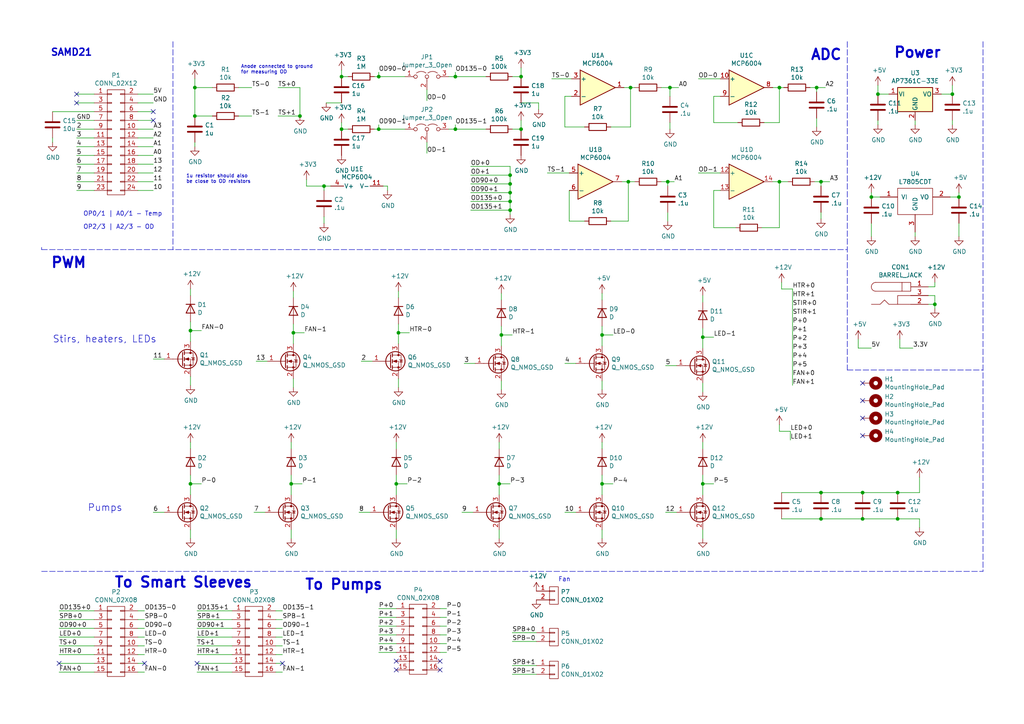
<source format=kicad_sch>
(kicad_sch (version 20211123) (generator eeschema)
  (paper "A4")
  (junction (at 276.225 27.305))
  (junction (at 252.73 57.15))
  (junction (at 254.635 27.305))
  (junction (at 174.625 97.155))
  (junction (at 238.125 52.705))
  (junction (at 86.995 33.655))
  (junction (at 151.13 22.225))
  (junction (at 151.13 37.465))
  (junction (at 203.835 97.79))
  (junction (at 203.835 140.335))
  (junction (at 55.245 95.885))
  (junction (at 226.06 52.705))
  (junction (at 226.06 25.4))
  (junction (at 278.13 57.15))
  (junction (at 147.955 55.88))
  (junction (at 147.955 58.42))
  (junction (at 260.35 142.875))
  (junction (at 271.145 88.265))
  (junction (at 55.245 140.335))
  (junction (at 250.19 150.495))
  (junction (at 145.415 97.155))
  (junction (at 236.855 25.4))
  (junction (at 238.125 142.875))
  (junction (at 114.935 140.335))
  (junction (at 56.515 33.655))
  (junction (at 132.08 22.225))
  (junction (at 109.855 37.465))
  (junction (at 194.31 25.4))
  (junction (at 144.78 140.335))
  (junction (at 132.08 37.465))
  (junction (at 99.06 22.225))
  (junction (at 99.06 37.465))
  (junction (at 182.245 52.705))
  (junction (at 56.515 25.4))
  (junction (at 238.125 150.495))
  (junction (at 109.855 22.225))
  (junction (at 93.98 53.975))
  (junction (at 174.625 140.335))
  (junction (at 84.455 140.335))
  (junction (at 147.955 60.96))
  (junction (at 147.955 53.34))
  (junction (at 250.19 142.875))
  (junction (at 182.88 25.4))
  (junction (at 115.57 96.52))
  (junction (at 147.955 50.8))
  (junction (at 85.09 96.52))
  (junction (at 193.675 52.705))
  (junction (at 260.35 150.495))
  (no_connect (at 41.91 192.405))
  (no_connect (at 250.19 116.205))
  (no_connect (at 17.145 192.405))
  (no_connect (at 250.19 111.125))
  (no_connect (at 114.935 191.77))
  (no_connect (at 127.635 191.77))
  (no_connect (at 250.19 121.285))
  (no_connect (at 22.225 29.845))
  (no_connect (at 44.45 32.385))
  (no_connect (at 250.19 126.365))
  (no_connect (at 22.225 27.305))
  (no_connect (at 57.15 192.405))
  (no_connect (at 81.915 192.405))
  (no_connect (at 44.45 34.925))
  (no_connect (at 114.935 194.31))
  (no_connect (at 127.635 194.31))
  (wire (pts (xy 94.615 29.845) (xy 99.06 29.845)))
  (wire (pts (xy 165.735 27.94) (xy 163.83 27.94)))
  (polyline (pts (xy 12.065 72.39) (xy 245.745 72.39)))
  (wire (pts (xy 238.125 61.595) (xy 238.125 63.5)))
  (wire (pts (xy 81.915 187.325) (xy 80.01 187.325)))
  (wire (pts (xy 93.98 53.975) (xy 95.885 53.975)))
  (wire (pts (xy 57.15 187.325) (xy 67.31 187.325)))
  (wire (pts (xy 276.225 36.195) (xy 276.225 34.925)))
  (wire (pts (xy 136.525 48.26) (xy 147.955 48.26)))
  (wire (pts (xy 55.245 109.22) (xy 55.245 111.76)))
  (wire (pts (xy 85.09 96.52) (xy 85.09 99.695)))
  (wire (pts (xy 156.21 29.845) (xy 156.21 31.75)))
  (wire (pts (xy 145.415 97.155) (xy 145.415 100.33)))
  (wire (pts (xy 17.145 182.245) (xy 27.305 182.245)))
  (wire (pts (xy 226.06 66.04) (xy 226.06 52.705)))
  (wire (pts (xy 84.455 140.335) (xy 84.455 143.51)))
  (wire (pts (xy 174.625 94.615) (xy 174.625 97.155)))
  (polyline (pts (xy 50.165 12.065) (xy 50.165 72.39)))
  (wire (pts (xy 165.1 64.135) (xy 169.545 64.135)))
  (wire (pts (xy 57.15 179.705) (xy 67.31 179.705)))
  (wire (pts (xy 195.58 52.705) (xy 193.675 52.705)))
  (wire (pts (xy 17.145 187.325) (xy 27.305 187.325)))
  (wire (pts (xy 177.165 64.135) (xy 182.245 64.135)))
  (wire (pts (xy 207.01 97.79) (xy 203.835 97.79)))
  (wire (pts (xy 56.515 42.545) (xy 56.515 41.275)))
  (wire (pts (xy 278.13 57.15) (xy 275.59 57.15)))
  (wire (pts (xy 107.315 148.59) (xy 104.14 148.59)))
  (wire (pts (xy 254.635 27.305) (xy 254.635 24.765)))
  (wire (pts (xy 252.73 68.58) (xy 252.73 64.77)))
  (wire (pts (xy 196.215 148.59) (xy 193.04 148.59)))
  (wire (pts (xy 144.78 140.335) (xy 144.78 143.51)))
  (wire (pts (xy 88.265 96.52) (xy 85.09 96.52)))
  (wire (pts (xy 99.06 20.32) (xy 99.06 22.225)))
  (wire (pts (xy 41.91 187.325) (xy 40.005 187.325)))
  (wire (pts (xy 145.415 110.49) (xy 145.415 113.03)))
  (wire (pts (xy 238.125 52.705) (xy 238.125 53.975)))
  (wire (pts (xy 22.225 52.705) (xy 27.305 52.705)))
  (wire (pts (xy 260.985 98.425) (xy 260.985 100.965)))
  (wire (pts (xy 265.43 36.195) (xy 265.43 34.925)))
  (wire (pts (xy 151.13 29.845) (xy 156.21 29.845)))
  (wire (pts (xy 77.47 104.775) (xy 74.295 104.775)))
  (wire (pts (xy 174.625 137.795) (xy 174.625 140.335)))
  (polyline (pts (xy 285.115 12.065) (xy 285.115 165.735)))
  (polyline (pts (xy 245.745 12.065) (xy 245.745 107.315)))
  (wire (pts (xy 226.695 150.495) (xy 238.125 150.495)))
  (wire (pts (xy 207.01 55.245) (xy 208.915 55.245)))
  (wire (pts (xy 114.935 140.335) (xy 114.935 143.51)))
  (wire (pts (xy 109.855 184.15) (xy 114.935 184.15)))
  (wire (pts (xy 229.87 83.82) (xy 229.87 111.76)))
  (wire (pts (xy 107.95 104.775) (xy 104.775 104.775)))
  (wire (pts (xy 136.525 50.8) (xy 147.955 50.8)))
  (wire (pts (xy 81.915 194.945) (xy 80.01 194.945)))
  (polyline (pts (xy 12.065 165.735) (xy 285.115 165.735)))
  (wire (pts (xy 167.005 105.41) (xy 163.83 105.41)))
  (wire (pts (xy 129.54 189.23) (xy 127.635 189.23)))
  (wire (pts (xy 84.455 128.27) (xy 84.455 130.175)))
  (wire (pts (xy 114.935 128.27) (xy 114.935 130.175)))
  (wire (pts (xy 226.695 142.875) (xy 238.125 142.875)))
  (wire (pts (xy 55.245 83.82) (xy 55.245 85.725)))
  (wire (pts (xy 123.825 41.275) (xy 123.825 44.45)))
  (wire (pts (xy 174.625 153.67) (xy 174.625 156.21)))
  (wire (pts (xy 44.45 42.545) (xy 40.005 42.545)))
  (wire (pts (xy 148.59 183.515) (xy 155.575 183.515)))
  (wire (pts (xy 145.415 94.615) (xy 145.415 97.155)))
  (wire (pts (xy 76.835 148.59) (xy 73.66 148.59)))
  (wire (pts (xy 147.955 60.96) (xy 147.955 62.23)))
  (wire (pts (xy 177.165 36.83) (xy 182.88 36.83)))
  (wire (pts (xy 47.625 148.59) (xy 44.45 148.59)))
  (wire (pts (xy 109.855 179.07) (xy 114.935 179.07)))
  (wire (pts (xy 147.955 50.8) (xy 147.955 53.34)))
  (wire (pts (xy 148.59 97.155) (xy 145.415 97.155)))
  (wire (pts (xy 236.855 25.4) (xy 236.855 26.67)))
  (wire (pts (xy 17.145 194.945) (xy 27.305 194.945)))
  (wire (pts (xy 226.06 125.095) (xy 229.235 125.095)))
  (wire (pts (xy 85.09 109.855) (xy 85.09 112.395)))
  (wire (pts (xy 57.15 182.245) (xy 67.31 182.245)))
  (wire (pts (xy 109.855 22.225) (xy 117.475 22.225)))
  (wire (pts (xy 41.91 189.865) (xy 40.005 189.865)))
  (wire (pts (xy 136.525 55.88) (xy 147.955 55.88)))
  (wire (pts (xy 203.835 137.795) (xy 203.835 140.335)))
  (wire (pts (xy 194.31 35.56) (xy 194.31 37.465)))
  (wire (pts (xy 111.125 53.975) (xy 112.395 53.975)))
  (wire (pts (xy 182.88 36.83) (xy 182.88 25.4)))
  (wire (pts (xy 151.13 37.465) (xy 148.59 37.465)))
  (wire (pts (xy 44.45 45.085) (xy 40.005 45.085)))
  (wire (pts (xy 255.27 57.15) (xy 252.73 57.15)))
  (wire (pts (xy 118.745 96.52) (xy 115.57 96.52)))
  (wire (pts (xy 22.225 40.005) (xy 27.305 40.005)))
  (wire (pts (xy 144.78 137.795) (xy 144.78 140.335)))
  (wire (pts (xy 132.08 22.225) (xy 140.97 22.225)))
  (wire (pts (xy 44.45 47.625) (xy 40.005 47.625)))
  (wire (pts (xy 81.915 179.705) (xy 80.01 179.705)))
  (wire (pts (xy 109.855 22.225) (xy 109.855 20.955)))
  (wire (pts (xy 207.01 27.94) (xy 208.915 27.94)))
  (wire (pts (xy 203.835 140.335) (xy 203.835 143.51)))
  (wire (pts (xy 22.225 47.625) (xy 27.305 47.625)))
  (wire (pts (xy 163.83 27.94) (xy 163.83 36.83)))
  (wire (pts (xy 137.795 105.41) (xy 134.62 105.41)))
  (wire (pts (xy 229.235 125.095) (xy 229.235 127.635)))
  (wire (pts (xy 17.145 184.785) (xy 27.305 184.785)))
  (wire (pts (xy 266.7 142.875) (xy 266.7 138.43)))
  (wire (pts (xy 56.515 25.4) (xy 56.515 33.655)))
  (wire (pts (xy 226.695 83.82) (xy 229.87 83.82)))
  (wire (pts (xy 99.06 37.465) (xy 100.965 37.465)))
  (polyline (pts (xy 245.745 107.315) (xy 285.115 107.315)))
  (wire (pts (xy 136.525 60.96) (xy 147.955 60.96)))
  (wire (pts (xy 22.225 45.085) (xy 27.305 45.085)))
  (wire (pts (xy 73.025 25.4) (xy 69.215 25.4)))
  (wire (pts (xy 226.06 52.705) (xy 224.155 52.705)))
  (wire (pts (xy 41.91 194.945) (xy 40.005 194.945)))
  (wire (pts (xy 271.145 88.265) (xy 269.24 88.265)))
  (wire (pts (xy 73.025 33.655) (xy 69.215 33.655)))
  (wire (pts (xy 203.835 128.27) (xy 203.835 130.175)))
  (wire (pts (xy 129.54 179.07) (xy 127.635 179.07)))
  (wire (pts (xy 99.06 35.56) (xy 99.06 37.465)))
  (wire (pts (xy 174.625 140.335) (xy 174.625 143.51)))
  (wire (pts (xy 226.06 25.4) (xy 227.33 25.4)))
  (wire (pts (xy 224.155 25.4) (xy 226.06 25.4)))
  (wire (pts (xy 165.1 55.245) (xy 165.1 64.135)))
  (wire (pts (xy 194.31 25.4) (xy 196.85 25.4)))
  (wire (pts (xy 123.825 26.035) (xy 123.825 29.21)))
  (wire (pts (xy 147.955 53.34) (xy 147.955 55.88)))
  (wire (pts (xy 41.91 177.165) (xy 40.005 177.165)))
  (wire (pts (xy 271.145 83.185) (xy 269.24 83.185)))
  (wire (pts (xy 93.98 64.77) (xy 93.98 62.865)))
  (wire (pts (xy 80.645 33.655) (xy 86.995 33.655)))
  (wire (pts (xy 109.855 37.465) (xy 117.475 37.465)))
  (wire (pts (xy 182.88 25.4) (xy 180.975 25.4)))
  (wire (pts (xy 132.08 20.955) (xy 132.08 22.225)))
  (wire (pts (xy 250.19 142.875) (xy 260.35 142.875)))
  (wire (pts (xy 114.935 153.67) (xy 114.935 156.21)))
  (wire (pts (xy 266.7 150.495) (xy 266.7 153.035)))
  (wire (pts (xy 228.6 52.705) (xy 226.06 52.705)))
  (wire (pts (xy 271.145 85.725) (xy 271.145 88.265)))
  (wire (pts (xy 174.625 128.27) (xy 174.625 130.175)))
  (wire (pts (xy 260.35 150.495) (xy 266.7 150.495)))
  (wire (pts (xy 55.245 153.67) (xy 55.245 156.21)))
  (wire (pts (xy 174.625 85.09) (xy 174.625 86.995)))
  (wire (pts (xy 41.91 179.705) (xy 40.005 179.705)))
  (wire (pts (xy 260.35 142.875) (xy 266.7 142.875)))
  (wire (pts (xy 55.245 95.885) (xy 55.245 99.06)))
  (wire (pts (xy 265.43 67.31) (xy 265.43 68.58)))
  (wire (pts (xy 240.665 52.705) (xy 238.125 52.705)))
  (wire (pts (xy 203.835 97.79) (xy 203.835 100.965)))
  (wire (pts (xy 213.995 35.56) (xy 207.01 35.56)))
  (wire (pts (xy 27.305 34.925) (xy 22.225 34.925)))
  (wire (pts (xy 202.565 50.165) (xy 208.915 50.165)))
  (wire (pts (xy 151.13 22.225) (xy 148.59 22.225)))
  (wire (pts (xy 108.585 22.225) (xy 109.855 22.225)))
  (wire (pts (xy 250.19 150.495) (xy 260.35 150.495)))
  (wire (pts (xy 55.245 137.795) (xy 55.245 140.335)))
  (wire (pts (xy 57.15 192.405) (xy 67.31 192.405)))
  (wire (pts (xy 15.24 41.275) (xy 15.24 40.005)))
  (wire (pts (xy 57.15 177.165) (xy 67.31 177.165)))
  (wire (pts (xy 158.75 50.165) (xy 165.1 50.165)))
  (wire (pts (xy 207.01 66.04) (xy 207.01 55.245)))
  (wire (pts (xy 174.625 110.49) (xy 174.625 113.03)))
  (wire (pts (xy 108.585 37.465) (xy 109.855 37.465)))
  (wire (pts (xy 278.13 68.58) (xy 278.13 64.77)))
  (wire (pts (xy 61.595 25.4) (xy 56.515 25.4)))
  (wire (pts (xy 22.225 29.845) (xy 27.305 29.845)))
  (wire (pts (xy 136.525 58.42) (xy 147.955 58.42)))
  (wire (pts (xy 55.245 128.27) (xy 55.245 130.175)))
  (wire (pts (xy 148.59 186.055) (xy 155.575 186.055)))
  (wire (pts (xy 61.595 33.655) (xy 56.515 33.655)))
  (wire (pts (xy 129.54 184.15) (xy 127.635 184.15)))
  (wire (pts (xy 191.77 52.705) (xy 193.675 52.705)))
  (wire (pts (xy 88.9 52.07) (xy 88.9 53.975)))
  (wire (pts (xy 248.92 100.965) (xy 252.73 100.965)))
  (wire (pts (xy 85.09 84.455) (xy 85.09 86.36)))
  (wire (pts (xy 144.78 128.27) (xy 144.78 130.175)))
  (wire (pts (xy 112.395 53.975) (xy 112.395 55.245)))
  (wire (pts (xy 234.95 25.4) (xy 236.855 25.4)))
  (wire (pts (xy 191.77 25.4) (xy 194.31 25.4)))
  (wire (pts (xy 44.45 52.705) (xy 40.005 52.705)))
  (wire (pts (xy 236.855 34.29) (xy 236.855 36.83)))
  (wire (pts (xy 22.225 50.165) (xy 27.305 50.165)))
  (wire (pts (xy 239.395 25.4) (xy 236.855 25.4)))
  (wire (pts (xy 260.985 100.965) (xy 264.795 100.965)))
  (wire (pts (xy 193.675 52.705) (xy 193.675 53.975)))
  (wire (pts (xy 276.225 24.765) (xy 276.225 27.305)))
  (wire (pts (xy 147.955 58.42) (xy 147.955 60.96)))
  (wire (pts (xy 137.16 148.59) (xy 133.985 148.59)))
  (wire (pts (xy 114.935 137.795) (xy 114.935 140.335)))
  (wire (pts (xy 163.83 36.83) (xy 169.545 36.83)))
  (wire (pts (xy 81.915 182.245) (xy 80.01 182.245)))
  (wire (pts (xy 177.8 140.335) (xy 174.625 140.335)))
  (wire (pts (xy 271.145 81.915) (xy 271.145 83.185)))
  (wire (pts (xy 193.675 61.595) (xy 193.675 64.135)))
  (wire (pts (xy 93.98 55.245) (xy 93.98 53.975)))
  (wire (pts (xy 194.31 27.94) (xy 194.31 25.4)))
  (wire (pts (xy 144.78 153.67) (xy 144.78 156.21)))
  (wire (pts (xy 213.36 66.04) (xy 207.01 66.04)))
  (wire (pts (xy 57.15 184.785) (xy 67.31 184.785)))
  (wire (pts (xy 40.005 29.845) (xy 44.45 29.845)))
  (wire (pts (xy 86.995 25.4) (xy 86.995 33.655)))
  (wire (pts (xy 40.005 27.305) (xy 44.45 27.305)))
  (wire (pts (xy 203.835 153.67) (xy 203.835 156.21)))
  (wire (pts (xy 99.06 22.225) (xy 100.965 22.225)))
  (wire (pts (xy 81.915 189.865) (xy 80.01 189.865)))
  (wire (pts (xy 109.855 181.61) (xy 114.935 181.61)))
  (wire (pts (xy 44.45 40.005) (xy 40.005 40.005)))
  (wire (pts (xy 17.145 177.165) (xy 27.305 177.165)))
  (wire (pts (xy 41.91 182.245) (xy 40.005 182.245)))
  (wire (pts (xy 132.08 36.195) (xy 132.08 37.465)))
  (wire (pts (xy 221.615 35.56) (xy 226.06 35.56)))
  (wire (pts (xy 55.245 140.335) (xy 55.245 143.51)))
  (wire (pts (xy 226.06 35.56) (xy 226.06 25.4)))
  (wire (pts (xy 44.45 34.925) (xy 40.005 34.925)))
  (wire (pts (xy 40.005 32.385) (xy 44.45 32.385)))
  (wire (pts (xy 81.915 184.785) (xy 80.01 184.785)))
  (wire (pts (xy 203.835 85.725) (xy 203.835 87.63)))
  (wire (pts (xy 151.13 34.925) (xy 151.13 37.465)))
  (wire (pts (xy 81.915 177.165) (xy 80.01 177.165)))
  (wire (pts (xy 174.625 97.155) (xy 174.625 100.33)))
  (wire (pts (xy 182.245 52.705) (xy 180.34 52.705)))
  (wire (pts (xy 57.15 194.945) (xy 67.31 194.945)))
  (wire (pts (xy 130.175 37.465) (xy 132.08 37.465)))
  (wire (pts (xy 276.225 27.305) (xy 273.05 27.305)))
  (wire (pts (xy 118.11 140.335) (xy 114.935 140.335)))
  (wire (pts (xy 196.215 106.045) (xy 193.04 106.045)))
  (wire (pts (xy 236.22 52.705) (xy 238.125 52.705)))
  (wire (pts (xy 129.54 186.69) (xy 127.635 186.69)))
  (wire (pts (xy 203.835 95.25) (xy 203.835 97.79)))
  (wire (pts (xy 17.145 179.705) (xy 27.305 179.705)))
  (wire (pts (xy 238.125 150.495) (xy 250.19 150.495)))
  (wire (pts (xy 109.855 189.23) (xy 114.935 189.23)))
  (wire (pts (xy 41.91 184.785) (xy 40.005 184.785)))
  (wire (pts (xy 47.625 104.14) (xy 44.45 104.14)))
  (wire (pts (xy 15.24 32.385) (xy 27.305 32.385)))
  (polyline (pts (xy 12.065 72.39) (xy 12.065 71.755)))
  (wire (pts (xy 254.635 34.925) (xy 254.635 36.195)))
  (wire (pts (xy 257.81 27.305) (xy 254.635 27.305)))
  (wire (pts (xy 17.145 189.865) (xy 27.305 189.865)))
  (wire (pts (xy 81.915 192.405) (xy 80.01 192.405)))
  (wire (pts (xy 148.59 195.58) (xy 155.575 195.58)))
  (wire (pts (xy 44.45 55.245) (xy 40.005 55.245)))
  (wire (pts (xy 115.57 93.98) (xy 115.57 96.52)))
  (wire (pts (xy 252.73 57.15) (xy 252.73 55.88)))
  (wire (pts (xy 145.415 85.09) (xy 145.415 86.995)))
  (wire (pts (xy 58.42 95.885) (xy 55.245 95.885)))
  (wire (pts (xy 132.08 37.465) (xy 140.97 37.465)))
  (wire (pts (xy 129.54 181.61) (xy 127.635 181.61)))
  (wire (pts (xy 88.9 53.975) (xy 93.98 53.975)))
  (wire (pts (xy 58.42 140.335) (xy 55.245 140.335)))
  (wire (pts (xy 226.695 81.915) (xy 226.695 83.82)))
  (wire (pts (xy 109.855 37.465) (xy 109.855 36.195)))
  (wire (pts (xy 41.91 192.405) (xy 40.005 192.405)))
  (wire (pts (xy 269.24 85.725) (xy 271.145 85.725)))
  (wire (pts (xy 115.57 96.52) (xy 115.57 99.695)))
  (wire (pts (xy 85.09 93.98) (xy 85.09 96.52)))
  (wire (pts (xy 278.13 55.88) (xy 278.13 57.15)))
  (wire (pts (xy 226.06 123.19) (xy 226.06 125.095)))
  (wire (pts (xy 203.835 111.125) (xy 203.835 113.665)))
  (wire (pts (xy 55.245 93.345) (xy 55.245 95.885)))
  (wire (pts (xy 84.455 153.67) (xy 84.455 156.21)))
  (wire (pts (xy 238.125 142.875) (xy 250.19 142.875)))
  (wire (pts (xy 84.455 137.795) (xy 84.455 140.335)))
  (wire (pts (xy 182.245 64.135) (xy 182.245 52.705)))
  (wire (pts (xy 80.645 25.4) (xy 86.995 25.4)))
  (wire (pts (xy 57.15 189.865) (xy 67.31 189.865)))
  (wire (pts (xy 147.955 140.335) (xy 144.78 140.335)))
  (wire (pts (xy 167.005 148.59) (xy 163.83 148.59)))
  (wire (pts (xy 207.01 140.335) (xy 203.835 140.335)))
  (wire (pts (xy 17.145 192.405) (xy 27.305 192.405)))
  (wire (pts (xy 129.54 176.53) (xy 127.635 176.53)))
  (wire (pts (xy 109.855 176.53) (xy 114.935 176.53)))
  (wire (pts (xy 177.8 97.155) (xy 174.625 97.155)))
  (wire (pts (xy 148.59 193.04) (xy 155.575 193.04)))
  (wire (pts (xy 147.955 48.26) (xy 147.955 50.8)))
  (wire (pts (xy 87.63 140.335) (xy 84.455 140.335)))
  (wire (pts (xy 22.225 55.245) (xy 27.305 55.245)))
  (wire (pts (xy 109.855 186.69) (xy 114.935 186.69)))
  (wire (pts (xy 44.45 37.465) (xy 40.005 37.465)))
  (wire (pts (xy 202.565 22.86) (xy 208.915 22.86)))
  (wire (pts (xy 22.225 37.465) (xy 27.305 37.465)))
  (wire (pts (xy 147.955 55.88) (xy 147.955 58.42)))
  (wire (pts (xy 248.92 98.425) (xy 248.92 100.965)))
  (wire (pts (xy 22.225 27.305) (xy 27.305 27.305)))
  (wire (pts (xy 136.525 53.34) (xy 147.955 53.34)))
  (wire (pts (xy 165.735 22.86) (xy 160.02 22.86)))
  (wire (pts (xy 22.225 42.545) (xy 27.305 42.545)))
  (wire (pts (xy 151.13 19.685) (xy 151.13 22.225)))
  (wire (pts (xy 184.15 25.4) (xy 182.88 25.4)))
  (wire (pts (xy 115.57 109.855) (xy 115.57 112.395)))
  (wire (pts (xy 56.515 22.86) (xy 56.515 25.4)))
  (wire (pts (xy 115.57 84.455) (xy 115.57 86.36)))
  (wire (pts (xy 184.15 52.705) (xy 182.245 52.705)))
  (wire (pts (xy 44.45 50.165) (xy 40.005 50.165)))
  (wire (pts (xy 130.175 22.225) (xy 132.08 22.225)))
  (wire (pts (xy 271.145 89.535) (xy 271.145 88.265)))
  (wire (pts (xy 220.98 66.04) (xy 226.06 66.04)))
  (wire (pts (xy 207.01 35.56) (xy 207.01 27.94)))
  (text "Anode connected to ground\nfor measuring OD" (at 69.85 21.59 0) (effects (font (size 0.9906 0.9906)) (justify left bottom)))
  (text "Pumps" (at 25.4 148.59 0) (effects (font (size 2.0066 2.0066)) (justify left bottom)))
  (text "OP0/1 | A0/1 - Temp" (at 24.13 62.865 0) (effects (font (size 1.27 1.27)) (justify left bottom)))
  (text "OP2/3 | A2/3 - OD" (at 24.13 66.675 0) (effects (font (size 1.27 1.27)) (justify left bottom)))
  (text "To Smart Sleeves" (at 33.02 170.815 0) (effects (font (size 2.9972 2.9972) (thickness 0.5994) bold) (justify left bottom)))
  (text "ADC" (at 234.95 17.78 0) (effects (font (size 2.9972 2.9972) (thickness 0.5994) bold) (justify left bottom)))
  (text "Power" (at 259.08 17.145 0) (effects (font (size 2.9972 2.9972) (thickness 0.5994) bold) (justify left bottom)))
  (text "To Pumps" (at 88.265 171.45 0) (effects (font (size 2.9972 2.9972) (thickness 0.5994) bold) (justify left bottom)))
  (text "Fan" (at 161.925 168.91 0) (effects (font (size 1.27 1.27)) (justify left bottom)))
  (text "Stirs, heaters, LEDs" (at 15.24 99.695 0) (effects (font (size 2.0066 2.0066)) (justify left bottom)))
  (text "PWM" (at 14.605 78.105 0) (effects (font (size 2.9972 2.9972) (thickness 0.5994) bold) (justify left bottom)))
  (text "SAMD21" (at 14.605 16.51 0) (effects (font (size 2.0066 2.0066) (thickness 0.4013) bold) (justify left bottom)))
  (text "1u resistor should also \nbe close to OD resistors" (at 53.975 53.34 0) (effects (font (size 0.9906 0.9906)) (justify left bottom)))
  (label "OD-0" (at 123.825 29.21 0))
  (label "P+4" (at 229.87 104.14 0))
  (label "8" (at 104.14 148.59 0))
  (label "LED+1" (at 229.235 127.635 0))
  (label "LED-0" (at 41.91 184.785 0))
  (label "OD+0" (at 136.525 48.26 0))
  (label "P+2" (at 109.855 181.61 0))
  (label "2" (at 22.225 37.465 0))
  (label "OD90-0" (at 109.855 20.955 0))
  (label "FAN+0" (at 229.87 109.22 0))
  (label "TS+0" (at 17.145 187.325 0))
  (label "12" (at 44.45 50.165 0))
  (label "SPB-0" (at 148.59 186.055 0))
  (label "P-3" (at 129.54 184.15 0))
  (label "A2" (at 44.45 40.005 0))
  (label "P+3" (at 109.855 184.15 0))
  (label "FAN-0" (at 41.91 194.945 0))
  (label "TS+1" (at 57.15 187.325 0))
  (label "P-2" (at 118.11 140.335 0))
  (label "OD90+1" (at 57.15 182.245 0))
  (label "FAN-1" (at 88.265 96.52 0))
  (label "3" (at 134.62 105.41 0))
  (label "STIR+1" (at 229.87 91.44 0))
  (label "P-4" (at 177.8 140.335 0))
  (label "A0" (at 196.85 25.4 0))
  (label "TS+0" (at 80.645 25.4 0))
  (label "A3" (at 44.45 37.465 0))
  (label "OD90-1" (at 109.855 36.195 0))
  (label "OD90+0" (at 136.525 53.34 0))
  (label "LED+0" (at 17.145 184.785 0))
  (label "P-0" (at 129.54 176.53 0))
  (label "SPB-0" (at 41.91 179.705 0))
  (label "P+4" (at 109.855 186.69 0))
  (label "HTR-0" (at 41.91 189.865 0))
  (label "OD-1" (at 202.565 50.165 0))
  (label "P-3" (at 147.955 140.335 0))
  (label "TS-1" (at 73.025 33.655 0))
  (label "P+0" (at 109.855 176.53 0))
  (label "P+3" (at 229.87 101.6 0))
  (label "HTR+1" (at 57.15 189.865 0))
  (label "HTR-1" (at 148.59 97.155 0))
  (label "3" (at 22.225 40.005 0))
  (label "TS-1" (at 81.915 187.325 0))
  (label "OD90-0" (at 41.91 182.245 0))
  (label "OD135-0" (at 132.08 20.955 0))
  (label "P-2" (at 129.54 181.61 0))
  (label "P-1" (at 129.54 179.07 0))
  (label "6" (at 44.45 148.59 0))
  (label "P+1" (at 229.87 96.52 0))
  (label "SPB+0" (at 17.145 179.705 0))
  (label "FAN+0" (at 17.145 194.945 0))
  (label "LED-0" (at 177.8 97.155 0))
  (label "5V" (at 252.73 100.965 0))
  (label "P-5" (at 129.54 189.23 0))
  (label "OD135+0" (at 136.525 58.42 0))
  (label "P-1" (at 87.63 140.335 0))
  (label "HTR+0" (at 229.87 83.82 0))
  (label "SPB+1" (at 57.15 179.705 0))
  (label "LED+1" (at 57.15 184.785 0))
  (label "SPB-1" (at 81.915 179.705 0))
  (label "HTR+0" (at 17.145 189.865 0))
  (label "GND" (at 22.225 34.925 0))
  (label "TS-0" (at 41.91 187.325 0))
  (label "OD135-0" (at 41.91 177.165 0))
  (label "P+5" (at 109.855 189.23 0))
  (label "OD135+1" (at 136.525 60.96 0))
  (label "HTR-0" (at 118.745 96.52 0))
  (label "OD-1" (at 123.825 44.45 0))
  (label "TS-0" (at 160.02 22.86 0))
  (label "4" (at 22.225 42.545 0))
  (label "FAN-1" (at 81.915 194.945 0))
  (label "P+1" (at 109.855 179.07 0))
  (label "3.3V" (at 264.795 100.965 0))
  (label "OD90+1" (at 136.525 55.88 0))
  (label "10" (at 163.83 148.59 0))
  (label "OD+1" (at 136.525 50.8 0))
  (label "10" (at 44.45 55.245 0))
  (label "SPB+1" (at 148.59 193.04 0))
  (label "6" (at 22.225 47.625 0))
  (label "OD90-1" (at 81.915 182.245 0))
  (label "9" (at 22.225 55.245 0))
  (label "SPB-1" (at 148.59 195.58 0))
  (label "GND" (at 44.45 29.845 0))
  (label "FAN+1" (at 229.87 111.76 0))
  (label "OD135+1" (at 57.15 177.165 0))
  (label "9" (at 133.985 148.59 0))
  (label "2" (at 104.775 104.775 0))
  (label "HTR+1" (at 229.87 86.36 0))
  (label "LED-1" (at 207.01 97.79 0))
  (label "P+5" (at 229.87 106.68 0))
  (label "13" (at 44.45 47.625 0))
  (label "LED+0" (at 229.235 125.095 0))
  (label "7" (at 22.225 50.165 0))
  (label "5" (at 22.225 45.085 0))
  (label "STIR+0" (at 229.87 88.9 0))
  (label "OD135-1" (at 81.915 177.165 0))
  (label "5V" (at 44.45 27.305 0))
  (label "P-5" (at 207.01 140.335 0))
  (label "5" (at 193.04 106.045 0))
  (label "A1" (at 44.45 42.545 0))
  (label "SPB+0" (at 148.59 183.515 0))
  (label "FAN-0" (at 58.42 95.885 0))
  (label "TS-0" (at 73.025 25.4 0))
  (label "P+2" (at 229.87 99.06 0))
  (label "HTR-1" (at 81.915 189.865 0))
  (label "FAN+1" (at 57.15 194.945 0))
  (label "A1" (at 195.58 52.705 0))
  (label "LED-1" (at 81.915 184.785 0))
  (label "OD135-1" (at 132.08 36.195 0))
  (label "OD90+0" (at 17.145 182.245 0))
  (label "12" (at 193.04 148.59 0))
  (label "13" (at 74.295 104.775 0))
  (label "P+0" (at 229.87 93.98 0))
  (label "P-0" (at 58.42 140.335 0))
  (label "OD-0" (at 202.565 22.86 0))
  (label "A2" (at 239.395 25.4 0))
  (label "11" (at 44.45 104.14 0))
  (label "TS-1" (at 158.75 50.165 0))
  (label "4" (at 163.83 105.41 0))
  (label "8" (at 22.225 52.705 0))
  (label "OD135+0" (at 17.145 177.165 0))
  (label "P-4" (at 129.54 186.69 0))
  (label "11" (at 44.45 52.705 0))
  (label "7" (at 73.66 148.59 0))
  (label "A3" (at 240.665 52.705 0))
  (label "A0" (at 44.45 45.085 0))
  (label "TS+1" (at 80.645 33.655 0))
  (symbol (lib_id "power_mini_evolver-rescue:CONN_02X12-conn") (at 33.655 41.275 0) (unit 1)
    (property "Reference" "P1" (at 33.655 21.844 0))
    (property "Value" "CONN_02X12" (at 33.655 24.1554 0))
    (property "Footprint" "mods:24_pin_10in" (effects hide))
  )
  (symbol (lib_id "Amplifier_Operational:MCP6004") (at 173.355 25.4 0) (unit 1)
    (property "Reference" "U1" (at 173.355 16.0782 0))
    (property "Value" "MCP6004" (at 173.355 18.3896 0))
    (property "Footprint" "mods:mcp6004-ssop" (effects hide))
    (property "Datasheet" "http://ww1.microchip.com/downloads/en/DeviceDoc/21733j.pdf" (effects hide))
  )
  (symbol (lib_id "Amplifier_Operational:MCP6004") (at 172.72 52.705 0) (unit 2)
    (property "Reference" "U1" (at 172.72 43.3832 0))
    (property "Value" "MCP6004" (at 172.72 45.6946 0))
    (property "Footprint" "mods:mcp6004-ssop" (effects hide))
    (property "Datasheet" "http://ww1.microchip.com/downloads/en/DeviceDoc/21733j.pdf" (effects hide))
  )
  (symbol (lib_id "Amplifier_Operational:MCP6004") (at 216.535 25.4 0) (unit 3)
    (property "Reference" "U1" (at 216.535 16.0782 0))
    (property "Value" "MCP6004" (at 216.535 18.3896 0))
    (property "Footprint" "mods:mcp6004-ssop" (effects hide))
    (property "Datasheet" "http://ww1.microchip.com/downloads/en/DeviceDoc/21733j.pdf" (effects hide))
  )
  (symbol (lib_id "Amplifier_Operational:MCP6004") (at 216.535 52.705 0) (unit 4)
    (property "Reference" "U1" (at 216.535 43.3832 0))
    (property "Value" "MCP6004" (at 216.535 45.6946 0))
    (property "Footprint" "mods:mcp6004-ssop" (effects hide))
    (property "Datasheet" "http://ww1.microchip.com/downloads/en/DeviceDoc/21733j.pdf" (effects hide))
  )
  (symbol (lib_id "Device:R") (at 173.355 36.83 270) (unit 1)
    (property "Reference" "R7" (at 173.355 31.5722 90))
    (property "Value" "10k" (at 173.355 33.8836 90))
    (property "Footprint" "Resistor_SMD:R_0603_1608Metric" (effects hide))
  )
  (symbol (lib_id "Device:R") (at 173.355 64.135 270) (unit 1)
    (property "Reference" "R8" (at 173.355 58.8772 90))
    (property "Value" "10k" (at 173.355 61.1886 90))
    (property "Footprint" "Resistor_SMD:R_0603_1608Metric" (effects hide))
  )
  (symbol (lib_id "Device:R") (at 217.17 66.04 270) (unit 1)
    (property "Reference" "R11" (at 217.17 60.7822 90))
    (property "Value" "10k" (at 217.17 63.0936 90))
    (property "Footprint" "Resistor_SMD:R_0603_1608Metric" (effects hide))
  )
  (symbol (lib_id "Device:R") (at 217.805 35.56 270) (unit 1)
    (property "Reference" "R12" (at 217.805 30.3022 90))
    (property "Value" "10k" (at 217.805 32.6136 90))
    (property "Footprint" "Resistor_SMD:R_0603_1608Metric" (effects hide))
  )
  (symbol (lib_id "Device:R") (at 187.96 25.4 270) (unit 1)
    (property "Reference" "R9" (at 187.96 20.1422 90))
    (property "Value" "10k" (at 187.96 22.4536 90))
    (property "Footprint" "Resistor_SMD:R_0603_1608Metric" (effects hide))
  )
  (symbol (lib_id "Device:C") (at 194.31 31.75 0) (unit 1)
    (property "Reference" "C4" (at 197.231 30.5816 0) (effects (justify left)))
    (property "Value" ".1u" (at 197.231 32.893 0) (effects (justify left)))
    (property "Footprint" "Capacitor_SMD:C_0603_1608Metric" (effects hide))
  )
  (symbol (lib_id "power:GND") (at 194.31 37.465 0) (unit 1)
    (property "Reference" "#PWR0101" (effects hide))
    (property "Value" "GND" (at 194.437 41.8592 0))
  )
  (symbol (lib_id "Device:R") (at 187.96 52.705 270) (unit 1)
    (property "Reference" "R10" (at 187.96 47.4472 90))
    (property "Value" "10k" (at 187.96 49.7586 90))
    (property "Footprint" "Resistor_SMD:R_0603_1608Metric" (effects hide))
  )
  (symbol (lib_id "Device:R") (at 232.41 52.705 270) (unit 1)
    (property "Reference" "R14" (at 232.41 47.4472 90))
    (property "Value" "10k" (at 232.41 49.7586 90))
    (property "Footprint" "Resistor_SMD:R_0603_1608Metric" (effects hide))
  )
  (symbol (lib_id "Device:R") (at 231.14 25.4 270) (unit 1)
    (property "Reference" "R13" (at 231.14 20.1422 90))
    (property "Value" "10k" (at 231.14 22.4536 90))
    (property "Footprint" "Resistor_SMD:R_0603_1608Metric" (effects hide))
  )
  (symbol (lib_id "Device:C") (at 193.675 57.785 0) (unit 1)
    (property "Reference" "C3" (at 196.596 56.6166 0) (effects (justify left)))
    (property "Value" ".1u" (at 196.596 58.928 0) (effects (justify left)))
    (property "Footprint" "Capacitor_SMD:C_0603_1608Metric" (effects hide))
  )
  (symbol (lib_id "Device:C") (at 238.125 57.785 0) (unit 1)
    (property "Reference" "C7" (at 241.046 56.6166 0) (effects (justify left)))
    (property "Value" ".1u" (at 241.046 58.928 0) (effects (justify left)))
    (property "Footprint" "Capacitor_SMD:C_0603_1608Metric" (effects hide))
  )
  (symbol (lib_id "Device:C") (at 236.855 30.48 0) (unit 1)
    (property "Reference" "C6" (at 239.776 29.3116 0) (effects (justify left)))
    (property "Value" ".1u" (at 239.776 31.623 0) (effects (justify left)))
    (property "Footprint" "Capacitor_SMD:C_0603_1608Metric" (effects hide))
  )
  (symbol (lib_id "power:GND") (at 193.675 64.135 0) (unit 1)
    (property "Reference" "#PWR0102" (effects hide))
    (property "Value" "GND" (at 193.802 68.5292 0))
  )
  (symbol (lib_id "power:GND") (at 236.855 36.83 0) (unit 1)
    (property "Reference" "#PWR0103" (effects hide))
    (property "Value" "GND" (at 236.982 41.2242 0))
  )
  (symbol (lib_id "power:GND") (at 238.125 63.5 0) (unit 1)
    (property "Reference" "#PWR0104" (effects hide))
    (property "Value" "GND" (at 238.252 67.8942 0))
  )
  (symbol (lib_id "power:GND") (at 112.395 55.245 0) (unit 1)
    (property "Reference" "#PWR0154" (effects hide))
    (property "Value" "GND" (at 112.522 59.6392 0))
  )
  (symbol (lib_id "Regulator_Linear:AP7361C-33E") (at 265.43 27.305 0) (unit 1)
    (property "Reference" "U3" (at 265.43 21.1582 0))
    (property "Value" "AP7361C-33E" (at 265.43 23.4696 0))
    (property "Footprint" "Package_TO_SOT_SMD:SOT-223-3_TabPin2" (effects hide))
    (property "Datasheet" "https://www.diodes.com/assets/Datasheets/AP7361C.pdf" (effects hide))
  )
  (symbol (lib_id "power:+5V") (at 254.635 24.765 0) (unit 1)
    (property "Reference" "#PWR0105" (effects hide))
    (property "Value" "+5V" (at 255.016 20.3708 0))
  )
  (symbol (lib_id "power:GND") (at 265.43 36.195 0) (unit 1)
    (property "Reference" "#PWR0107" (effects hide))
    (property "Value" "GND" (at 265.557 40.5892 0))
  )
  (symbol (lib_id "power_mini_evolver-rescue:+3.3V-power") (at 276.225 24.765 0) (unit 1)
    (property "Reference" "#PWR0106" (effects hide))
    (property "Value" "+3.3V" (at 276.606 20.3708 0))
  )
  (symbol (lib_id "Device:C") (at 93.98 59.055 0) (unit 1)
    (property "Reference" "C2" (at 96.901 57.8866 0) (effects (justify left)))
    (property "Value" ".1u" (at 96.901 60.198 0) (effects (justify left)))
    (property "Footprint" "Capacitor_SMD:C_0603_1608Metric" (effects hide))
  )
  (symbol (lib_id "power:GND") (at 93.98 64.77 0) (unit 1)
    (property "Reference" "#PWR0153" (effects hide))
    (property "Value" "GND" (at 94.107 69.1642 0))
  )
  (symbol (lib_id "Device:C") (at 254.635 31.115 0) (unit 1)
    (property "Reference" "C11" (at 257.556 29.9466 0) (effects (justify left)))
    (property "Value" ".1u" (at 257.556 32.258 0) (effects (justify left)))
    (property "Footprint" "Capacitor_SMD:C_0603_1608Metric" (effects hide))
  )
  (symbol (lib_id "power:GND") (at 254.635 36.195 0) (unit 1)
    (property "Reference" "#PWR0108" (effects hide))
    (property "Value" "GND" (at 254.762 40.5892 0))
  )
  (symbol (lib_id "Device:C") (at 276.225 31.115 0) (unit 1)
    (property "Reference" "C13" (at 279.146 29.9466 0) (effects (justify left)))
    (property "Value" ".1u" (at 279.146 32.258 0) (effects (justify left)))
    (property "Footprint" "Capacitor_SMD:C_0603_1608Metric" (effects hide))
  )
  (symbol (lib_id "power:GND") (at 276.225 36.195 0) (unit 1)
    (property "Reference" "#PWR0109" (effects hide))
    (property "Value" "GND" (at 276.352 40.5892 0))
  )
  (symbol (lib_id "power_mini_evolver-rescue:L7805CDT-evo_mini") (at 265.43 58.42 0) (unit 1)
    (property "Reference" "U4" (at 265.43 50.419 0))
    (property "Value" "L7805CDT" (at 265.43 52.7304 0))
    (property "Footprint" "mods:L7805CDT" (effects hide))
  )
  (symbol (lib_id "power:+12V") (at 252.73 55.88 0) (unit 1)
    (property "Reference" "#PWR0110" (effects hide))
    (property "Value" "+12V" (at 253.111 51.4858 0))
  )
  (symbol (lib_id "power:+5V") (at 278.13 55.88 0) (unit 1)
    (property "Reference" "#PWR0111" (effects hide))
    (property "Value" "+5V" (at 278.511 51.4858 0))
  )
  (symbol (lib_id "power:GND") (at 265.43 68.58 0) (unit 1)
    (property "Reference" "#PWR0112" (effects hide))
    (property "Value" "GND" (at 265.557 72.9742 0))
  )
  (symbol (lib_id "Device:C") (at 252.73 60.96 0) (unit 1)
    (property "Reference" "C10" (at 255.651 59.7916 0) (effects (justify left)))
    (property "Value" ".1u" (at 255.651 62.103 0) (effects (justify left)))
    (property "Footprint" "Capacitor_SMD:C_0603_1608Metric" (effects hide))
  )
  (symbol (lib_id "power:GND") (at 252.73 68.58 0) (unit 1)
    (property "Reference" "#PWR0113" (effects hide))
    (property "Value" "GND" (at 252.857 72.9742 0))
  )
  (symbol (lib_id "Device:C") (at 278.13 60.96 0) (unit 1)
    (property "Reference" "C14" (at 281.051 59.7916 0) (effects (justify left)))
    (property "Value" ".1u" (at 281.051 62.103 0) (effects (justify left)))
    (property "Footprint" "Capacitor_SMD:C_0603_1608Metric" (effects hide))
  )
  (symbol (lib_id "power:GND") (at 278.13 68.58 0) (unit 1)
    (property "Reference" "#PWR0114" (effects hide))
    (property "Value" "GND" (at 278.257 72.9742 0))
  )
  (symbol (lib_id "power_mini_evolver-rescue:BARREL_JACK-conn") (at 261.62 85.725 0) (unit 1)
    (property "Reference" "CON1" (at 261.1882 77.47 0))
    (property "Value" "BARREL_JACK" (at 261.1882 79.7814 0))
    (property "Footprint" "mods:2.1mm_DC_Jack" (effects hide))
  )
  (symbol (lib_id "power:+12V") (at 271.145 81.915 0) (unit 1)
    (property "Reference" "#PWR0115" (effects hide))
    (property "Value" "+12V" (at 271.526 77.5208 0))
  )
  (symbol (lib_id "power:GND") (at 271.145 89.535 0) (unit 1)
    (property "Reference" "#PWR0116" (effects hide))
    (property "Value" "GND" (at 271.272 93.9292 0))
  )
  (symbol (lib_id "power_mini_evolver-rescue:+3.3V-power") (at 88.9 52.07 0) (unit 1)
    (property "Reference" "#PWR0152" (effects hide))
    (property "Value" "+3.3V" (at 89.281 47.6758 0))
  )
  (symbol (lib_id "power:+5V") (at 248.92 98.425 0) (unit 1)
    (property "Reference" "#PWR0117" (effects hide))
    (property "Value" "+5V" (at 249.301 94.0308 0))
  )
  (symbol (lib_id "power_mini_evolver-rescue:+3.3V-power") (at 260.985 98.425 0) (unit 1)
    (property "Reference" "#PWR0118" (effects hide))
    (property "Value" "+3.3V" (at 261.366 94.0308 0))
  )
  (symbol (lib_id "power_mini_evolver-rescue:CONN_02X08-conn") (at 33.655 186.055 0) (unit 1)
    (property "Reference" "P2" (at 33.655 171.704 0))
    (property "Value" "CONN_02X08" (at 33.655 174.0154 0))
    (property "Footprint" "mods:2x8_conn_10in" (effects hide))
  )
  (symbol (lib_id "power_mini_evolver-rescue:CONN_02X08-conn") (at 73.66 186.055 0) (unit 1)
    (property "Reference" "P3" (at 73.66 171.704 0))
    (property "Value" "CONN_02X08" (at 73.66 174.0154 0))
    (property "Footprint" "mods:2x8_conn_10in" (effects hide))
  )
  (symbol (lib_id "Amplifier_Operational:MCP6004") (at 103.505 51.435 90) (unit 5)
    (property "Reference" "U1" (at 103.505 49.022 90))
    (property "Value" "MCP6004" (at 103.505 51.3334 90))
    (property "Footprint" "mods:mcp6004-ssop" (effects hide))
    (property "Datasheet" "http://ww1.microchip.com/downloads/en/DeviceDoc/21733j.pdf" (effects hide))
  )
  (symbol (lib_id "Device:R") (at 65.405 25.4 270) (unit 1)
    (property "Reference" "R1" (at 65.405 20.1422 90))
    (property "Value" "10k" (at 65.405 22.4536 90))
    (property "Footprint" "Resistor_SMD:R_0603_1608Metric" (effects hide))
  )
  (symbol (lib_id "Device:R") (at 65.405 33.655 270) (unit 1)
    (property "Reference" "R2" (at 65.405 28.3972 90))
    (property "Value" "10k" (at 65.405 30.7086 90))
    (property "Footprint" "Resistor_SMD:R_0603_1608Metric" (effects hide))
  )
  (symbol (lib_id "Device:C") (at 56.515 37.465 180) (unit 1)
    (property "Reference" "C1" (at 59.436 36.2966 0) (effects (justify right)))
    (property "Value" "1u" (at 59.436 38.608 0) (effects (justify right)))
    (property "Footprint" "Capacitor_SMD:C_0603_1608Metric" (effects hide))
  )
  (symbol (lib_id "power_mini_evolver-rescue:+3.3V-power") (at 56.515 22.86 0) (unit 1)
    (property "Reference" "#PWR0122" (effects hide))
    (property "Value" "+3.3V" (at 56.896 18.4658 0))
  )
  (symbol (lib_id "power:GND") (at 56.515 42.545 0) (unit 1)
    (property "Reference" "#PWR0119" (effects hide))
    (property "Value" "GND" (at 56.642 46.9392 0))
  )
  (symbol (lib_id "power:GND") (at 86.995 33.655 0) (unit 1)
    (property "Reference" "#PWR0120" (effects hide))
    (property "Value" "GND" (at 87.122 38.0492 0))
  )
  (symbol (lib_id "power:GND") (at 147.955 62.23 0) (unit 1)
    (property "Reference" "#PWR0121" (effects hide))
    (property "Value" "GND" (at 148.082 66.6242 0))
  )
  (symbol (lib_id "power_mini_evolver-rescue:Jumper_3_Open-Jumper") (at 123.825 22.225 0) (unit 1)
    (property "Reference" "JP1" (at 123.825 16.5354 0))
    (property "Value" "Jumper_3_Open" (at 123.825 18.8468 0))
    (property "Footprint" "mods:3pinheader_2_54_mm_pitch" (effects hide))
  )
  (symbol (lib_id "Device:C") (at 15.24 36.195 0) (unit 1)
    (property "Reference" "C15" (at 18.161 35.0266 0) (effects (justify left)))
    (property "Value" "10u" (at 18.161 37.338 0) (effects (justify left)))
    (property "Footprint" "mods:FK18X5R0J105K" (effects hide))
  )
  (symbol (lib_id "power:GND") (at 15.24 41.275 0) (unit 1)
    (property "Reference" "#PWR0158" (effects hide))
    (property "Value" "GND" (at 15.367 45.6692 0))
  )
  (symbol (lib_id "Device:D") (at 55.245 89.535 270) (unit 1)
    (property "Reference" "D1" (at 57.277 88.3666 90) (effects (justify left)))
    (property "Value" "D" (at 57.277 90.678 90) (effects (justify left)))
    (property "Footprint" "mods:SBR160S23" (effects hide))
  )
  (symbol (lib_id "power:+12V") (at 55.245 83.82 0) (unit 1)
    (property "Reference" "#PWR0123" (effects hide))
    (property "Value" "+12V" (at 55.626 79.4258 0))
  )
  (symbol (lib_id "Device:Q_NMOS_GSD") (at 52.705 104.14 0) (unit 1)
    (property "Reference" "Q1" (at 57.8866 102.9716 0) (effects (justify left)))
    (property "Value" "Q_NMOS_GSD" (at 57.8866 105.283 0) (effects (justify left)))
    (property "Footprint" "mods:A03422" (effects hide))
  )
  (symbol (lib_id "power:GND") (at 55.245 111.76 0) (unit 1)
    (property "Reference" "#PWR0124" (effects hide))
    (property "Value" "GND" (at 55.372 116.1542 0))
  )
  (symbol (lib_id "Device:D") (at 85.09 90.17 270) (unit 1)
    (property "Reference" "D4" (at 87.122 89.0016 90) (effects (justify left)))
    (property "Value" "D" (at 87.122 91.313 90) (effects (justify left)))
    (property "Footprint" "mods:SBR160S23" (effects hide))
  )
  (symbol (lib_id "power:+12V") (at 85.09 84.455 0) (unit 1)
    (property "Reference" "#PWR0125" (effects hide))
    (property "Value" "+12V" (at 85.471 80.0608 0))
  )
  (symbol (lib_id "Device:Q_NMOS_GSD") (at 82.55 104.775 0) (unit 1)
    (property "Reference" "Q4" (at 87.7316 103.6066 0) (effects (justify left)))
    (property "Value" "Q_NMOS_GSD" (at 87.7316 105.918 0) (effects (justify left)))
    (property "Footprint" "mods:A03422" (effects hide))
  )
  (symbol (lib_id "power:GND") (at 85.09 112.395 0) (unit 1)
    (property "Reference" "#PWR0126" (effects hide))
    (property "Value" "GND" (at 85.217 116.7892 0))
  )
  (symbol (lib_id "Device:D") (at 115.57 90.17 270) (unit 1)
    (property "Reference" "D6" (at 117.602 89.0016 90) (effects (justify left)))
    (property "Value" "D" (at 117.602 91.313 90) (effects (justify left)))
    (property "Footprint" "mods:SBR160S23" (effects hide))
  )
  (symbol (lib_id "power:+12V") (at 115.57 84.455 0) (unit 1)
    (property "Reference" "#PWR0127" (effects hide))
    (property "Value" "+12V" (at 115.951 80.0608 0))
  )
  (symbol (lib_id "Device:Q_NMOS_GSD") (at 113.03 104.775 0) (unit 1)
    (property "Reference" "Q6" (at 118.2116 103.6066 0) (effects (justify left)))
    (property "Value" "Q_NMOS_GSD" (at 118.2116 105.918 0) (effects (justify left)))
    (property "Footprint" "mods:A03422" (effects hide))
  )
  (symbol (lib_id "power:GND") (at 115.57 112.395 0) (unit 1)
    (property "Reference" "#PWR0128" (effects hide))
    (property "Value" "GND" (at 115.697 116.7892 0))
  )
  (symbol (lib_id "Device:D") (at 145.415 90.805 270) (unit 1)
    (property "Reference" "D8" (at 147.447 89.6366 90) (effects (justify left)))
    (property "Value" "D" (at 147.447 91.948 90) (effects (justify left)))
    (property "Footprint" "mods:SBR160S23" (effects hide))
  )
  (symbol (lib_id "power:+12V") (at 145.415 85.09 0) (unit 1)
    (property "Reference" "#PWR0129" (effects hide))
    (property "Value" "+12V" (at 145.796 80.6958 0))
  )
  (symbol (lib_id "Device:Q_NMOS_GSD") (at 142.875 105.41 0) (unit 1)
    (property "Reference" "Q8" (at 148.0566 104.2416 0) (effects (justify left)))
    (property "Value" "Q_NMOS_GSD" (at 148.0566 106.553 0) (effects (justify left)))
    (property "Footprint" "mods:A03422" (effects hide))
  )
  (symbol (lib_id "power:GND") (at 145.415 113.03 0) (unit 1)
    (property "Reference" "#PWR0130" (effects hide))
    (property "Value" "GND" (at 145.542 117.4242 0))
  )
  (symbol (lib_id "Device:D") (at 174.625 90.805 270) (unit 1)
    (property "Reference" "D9" (at 176.657 89.6366 90) (effects (justify left)))
    (property "Value" "D" (at 176.657 91.948 90) (effects (justify left)))
    (property "Footprint" "mods:SBR160S23" (effects hide))
  )
  (symbol (lib_id "Device:Q_NMOS_GSD") (at 172.085 105.41 0) (unit 1)
    (property "Reference" "Q9" (at 177.2666 104.2416 0) (effects (justify left)))
    (property "Value" "Q_NMOS_GSD" (at 177.2666 106.553 0) (effects (justify left)))
    (property "Footprint" "mods:A03422" (effects hide))
  )
  (symbol (lib_id "power:GND") (at 174.625 113.03 0) (unit 1)
    (property "Reference" "#PWR0131" (effects hide))
    (property "Value" "GND" (at 174.752 117.4242 0))
  )
  (symbol (lib_id "Device:D") (at 203.835 91.44 270) (unit 1)
    (property "Reference" "D11" (at 205.867 90.2716 90) (effects (justify left)))
    (property "Value" "D" (at 205.867 92.583 90) (effects (justify left)))
    (property "Footprint" "mods:SBR160S23" (effects hide))
  )
  (symbol (lib_id "Device:Q_NMOS_GSD") (at 201.295 106.045 0) (unit 1)
    (property "Reference" "Q11" (at 206.4766 104.8766 0) (effects (justify left)))
    (property "Value" "Q_NMOS_GSD" (at 206.4766 107.188 0) (effects (justify left)))
    (property "Footprint" "mods:A03422" (effects hide))
  )
  (symbol (lib_id "power:GND") (at 203.835 113.665 0) (unit 1)
    (property "Reference" "#PWR0132" (effects hide))
    (property "Value" "GND" (at 203.962 118.0592 0))
  )
  (symbol (lib_id "Device:D") (at 55.245 133.985 270) (unit 1)
    (property "Reference" "D2" (at 57.277 132.8166 90) (effects (justify left)))
    (property "Value" "D" (at 57.277 135.128 90) (effects (justify left)))
    (property "Footprint" "mods:SBR160S23" (effects hide))
  )
  (symbol (lib_id "power:+12V") (at 55.245 128.27 0) (unit 1)
    (property "Reference" "#PWR0133" (effects hide))
    (property "Value" "+12V" (at 55.626 123.8758 0))
  )
  (symbol (lib_id "Device:Q_NMOS_GSD") (at 52.705 148.59 0) (unit 1)
    (property "Reference" "Q2" (at 57.8866 147.4216 0) (effects (justify left)))
    (property "Value" "Q_NMOS_GSD" (at 57.8866 149.733 0) (effects (justify left)))
    (property "Footprint" "mods:A03422" (effects hide))
  )
  (symbol (lib_id "power:GND") (at 55.245 156.21 0) (unit 1)
    (property "Reference" "#PWR0134" (effects hide))
    (property "Value" "GND" (at 55.372 160.6042 0))
  )
  (symbol (lib_id "Device:D") (at 84.455 133.985 270) (unit 1)
    (property "Reference" "D3" (at 86.487 132.8166 90) (effects (justify left)))
    (property "Value" "D" (at 86.487 135.128 90) (effects (justify left)))
    (property "Footprint" "mods:SBR160S23" (effects hide))
  )
  (symbol (lib_id "power:+12V") (at 84.455 128.27 0) (unit 1)
    (property "Reference" "#PWR0135" (effects hide))
    (property "Value" "+12V" (at 84.836 123.8758 0))
  )
  (symbol (lib_id "Device:Q_NMOS_GSD") (at 81.915 148.59 0) (unit 1)
    (property "Reference" "Q3" (at 87.0966 147.4216 0) (effects (justify left)))
    (property "Value" "Q_NMOS_GSD" (at 87.0966 149.733 0) (effects (justify left)))
    (property "Footprint" "mods:A03422" (effects hide))
  )
  (symbol (lib_id "power:GND") (at 84.455 156.21 0) (unit 1)
    (property "Reference" "#PWR0136" (effects hide))
    (property "Value" "GND" (at 84.582 160.6042 0))
  )
  (symbol (lib_id "Device:D") (at 114.935 133.985 270) (unit 1)
    (property "Reference" "D5" (at 116.967 132.8166 90) (effects (justify left)))
    (property "Value" "D" (at 116.967 135.128 90) (effects (justify left)))
    (property "Footprint" "mods:SBR160S23" (effects hide))
  )
  (symbol (lib_id "power:+12V") (at 114.935 128.27 0) (unit 1)
    (property "Reference" "#PWR0137" (effects hide))
    (property "Value" "+12V" (at 115.316 123.8758 0))
  )
  (symbol (lib_id "Device:Q_NMOS_GSD") (at 112.395 148.59 0) (unit 1)
    (property "Reference" "Q5" (at 117.5766 147.4216 0) (effects (justify left)))
    (property "Value" "Q_NMOS_GSD" (at 117.5766 149.733 0) (effects (justify left)))
    (property "Footprint" "mods:A03422" (effects hide))
  )
  (symbol (lib_id "power:GND") (at 114.935 156.21 0) (unit 1)
    (property "Reference" "#PWR0138" (effects hide))
    (property "Value" "GND" (at 115.062 160.6042 0))
  )
  (symbol (lib_id "Device:D") (at 144.78 133.985 270) (unit 1)
    (property "Reference" "D7" (at 146.812 132.8166 90) (effects (justify left)))
    (property "Value" "D" (at 146.812 135.128 90) (effects (justify left)))
    (property "Footprint" "mods:SBR160S23" (effects hide))
  )
  (symbol (lib_id "power:+12V") (at 144.78 128.27 0) (unit 1)
    (property "Reference" "#PWR0139" (effects hide))
    (property "Value" "+12V" (at 145.161 123.8758 0))
  )
  (symbol (lib_id "Device:Q_NMOS_GSD") (at 142.24 148.59 0) (unit 1)
    (property "Reference" "Q7" (at 147.4216 147.4216 0) (effects (justify left)))
    (property "Value" "Q_NMOS_GSD" (at 147.4216 149.733 0) (effects (justify left)))
    (property "Footprint" "mods:A03422" (effects hide))
  )
  (symbol (lib_id "power:GND") (at 144.78 156.21 0) (unit 1)
    (property "Reference" "#PWR0140" (effects hide))
    (property "Value" "GND" (at 144.907 160.6042 0))
  )
  (symbol (lib_id "Device:D") (at 174.625 133.985 270) (unit 1)
    (property "Reference" "D10" (at 176.657 132.8166 90) (effects (justify left)))
    (property "Value" "D" (at 176.657 135.128 90) (effects (justify left)))
    (property "Footprint" "mods:SBR160S23" (effects hide))
  )
  (symbol (lib_id "power:+12V") (at 174.625 128.27 0) (unit 1)
    (property "Reference" "#PWR0141" (effects hide))
    (property "Value" "+12V" (at 175.006 123.8758 0))
  )
  (symbol (lib_id "Device:Q_NMOS_GSD") (at 172.085 148.59 0) (unit 1)
    (property "Reference" "Q10" (at 177.2666 147.4216 0) (effects (justify left)))
    (property "Value" "Q_NMOS_GSD" (at 177.2666 149.733 0) (effects (justify left)))
    (property "Footprint" "mods:A03422" (effects hide))
  )
  (symbol (lib_id "power:GND") (at 174.625 156.21 0) (unit 1)
    (property "Reference" "#PWR0142" (effects hide))
    (property "Value" "GND" (at 174.752 160.6042 0))
  )
  (symbol (lib_id "Device:D") (at 203.835 133.985 270) (unit 1)
    (property "Reference" "D12" (at 205.867 132.8166 90) (effects (justify left)))
    (property "Value" "D" (at 205.867 135.128 90) (effects (justify left)))
    (property "Footprint" "mods:SBR160S23" (effects hide))
  )
  (symbol (lib_id "power:+12V") (at 203.835 128.27 0) (unit 1)
    (property "Reference" "#PWR0143" (effects hide))
    (property "Value" "+12V" (at 204.216 123.8758 0))
  )
  (symbol (lib_id "Device:Q_NMOS_GSD") (at 201.295 148.59 0) (unit 1)
    (property "Reference" "Q12" (at 206.4766 147.4216 0) (effects (justify left)))
    (property "Value" "Q_NMOS_GSD" (at 206.4766 149.733 0) (effects (justify left)))
    (property "Footprint" "mods:A03422" (effects hide))
  )
  (symbol (lib_id "power:GND") (at 203.835 156.21 0) (unit 1)
    (property "Reference" "#PWR0144" (effects hide))
    (property "Value" "GND" (at 203.962 160.6042 0))
  )
  (symbol (lib_id "Device:C") (at 226.695 146.685 0) (unit 1)
    (property "Reference" "C5" (at 229.616 145.5166 0) (effects (justify left)))
    (property "Value" ".1u" (at 229.616 147.828 0) (effects (justify left)))
    (property "Footprint" "Capacitor_SMD:C_0603_1608Metric" (effects hide))
  )
  (symbol (lib_id "Device:C") (at 238.125 146.685 0) (unit 1)
    (property "Reference" "C8" (at 241.046 145.5166 0) (effects (justify left)))
    (property "Value" ".1u" (at 241.046 147.828 0) (effects (justify left)))
    (property "Footprint" "Capacitor_SMD:C_0603_1608Metric" (effects hide))
  )
  (symbol (lib_id "Device:C") (at 250.19 146.685 0) (unit 1)
    (property "Reference" "C9" (at 253.111 145.5166 0) (effects (justify left)))
    (property "Value" ".1u" (at 253.111 147.828 0) (effects (justify left)))
    (property "Footprint" "Capacitor_SMD:C_0603_1608Metric" (effects hide))
  )
  (symbol (lib_id "Device:C") (at 260.35 146.685 0) (unit 1)
    (property "Reference" "C12" (at 263.271 145.5166 0) (effects (justify left)))
    (property "Value" ".1u" (at 263.271 147.828 0) (effects (justify left)))
    (property "Footprint" "Capacitor_SMD:C_0603_1608Metric" (effects hide))
  )
  (symbol (lib_id "Mechanical:MountingHole_Pad") (at 252.73 111.125 270) (unit 1)
    (property "Reference" "H1" (at 256.54 109.9566 90) (effects (justify left)))
    (property "Value" "MountingHole_Pad" (at 256.54 112.268 90) (effects (justify left)))
    (property "Footprint" "MountingHole:MountingHole_3.2mm_M3_DIN965_Pad" (effects hide))
  )
  (symbol (lib_id "Mechanical:MountingHole_Pad") (at 252.73 116.205 270) (unit 1)
    (property "Reference" "H2" (at 256.54 115.0366 90) (effects (justify left)))
    (property "Value" "MountingHole_Pad" (at 256.54 117.348 90) (effects (justify left)))
    (property "Footprint" "MountingHole:MountingHole_3.2mm_M3_DIN965_Pad" (effects hide))
  )
  (symbol (lib_id "Mechanical:MountingHole_Pad") (at 252.73 121.285 270) (unit 1)
    (property "Reference" "H3" (at 256.54 120.1166 90) (effects (justify left)))
    (property "Value" "MountingHole_Pad" (at 256.54 122.428 90) (effects (justify left)))
    (property "Footprint" "MountingHole:MountingHole_3.2mm_M3_DIN965_Pad" (effects hide))
  )
  (symbol (lib_id "Mechanical:MountingHole_Pad") (at 252.73 126.365 270) (unit 1)
    (property "Reference" "H4" (at 256.54 125.1966 90) (effects (justify left)))
    (property "Value" "MountingHole_Pad" (at 256.54 127.508 90) (effects (justify left)))
    (property "Footprint" "MountingHole:MountingHole_3.2mm_M3_DIN965_Pad" (effects hide))
  )
  (symbol (lib_id "power:GND") (at 266.7 153.035 0) (unit 1)
    (property "Reference" "#PWR0145" (effects hide))
    (property "Value" "GND" (at 266.827 157.4292 0))
  )
  (symbol (lib_id "power:+12V") (at 266.7 138.43 0) (unit 1)
    (property "Reference" "#PWR0146" (effects hide))
    (property "Value" "+12V" (at 267.081 134.0358 0))
  )
  (symbol (lib_id "power:+12V") (at 226.695 81.915 0) (unit 1)
    (property "Reference" "#PWR0147" (effects hide))
    (property "Value" "+12V" (at 227.076 77.5208 0))
  )
  (symbol (lib_id "power_mini_evolver-rescue:CONN_02X08-conn") (at 121.285 185.42 0) (unit 1)
    (property "Reference" "P4" (at 121.285 171.069 0))
    (property "Value" "CONN_02X08" (at 121.285 173.3804 0))
    (property "Footprint" "mods:2x8_conn_10in" (effects hide))
  )
  (symbol (lib_id "Device:C") (at 99.06 26.035 0) (unit 1)
    (property "Reference" "C16" (at 101.981 24.8666 0) (effects (justify left)))
    (property "Value" "1u" (at 101.981 27.178 0) (effects (justify left)))
    (property "Footprint" "Capacitor_SMD:C_0603_1608Metric" (effects hide))
  )
  (symbol (lib_id "Device:C") (at 99.06 41.275 0) (unit 1)
    (property "Reference" "C17" (at 101.981 40.1066 0) (effects (justify left)))
    (property "Value" "1u" (at 101.981 42.418 0) (effects (justify left)))
    (property "Footprint" "Capacitor_SMD:C_0603_1608Metric" (effects hide))
  )
  (symbol (lib_id "power:GND") (at 99.06 45.085 0) (unit 1)
    (property "Reference" "#PWR0159" (effects hide))
    (property "Value" "GND" (at 99.187 49.4792 0))
  )
  (symbol (lib_id "power:GND") (at 94.615 29.845 0) (unit 1)
    (property "Reference" "#PWR0160" (effects hide))
    (property "Value" "GND" (at 94.742 34.2392 0))
  )
  (symbol (lib_id "Device:C") (at 151.13 26.035 0) (unit 1)
    (property "Reference" "C18" (at 154.051 24.8666 0) (effects (justify left)))
    (property "Value" "1u" (at 154.051 27.178 0) (effects (justify left)))
    (property "Footprint" "Capacitor_SMD:C_0603_1608Metric" (effects hide))
  )
  (symbol (lib_id "power:GND") (at 156.21 31.75 0) (unit 1)
    (property "Reference" "#PWR0161" (effects hide))
    (property "Value" "GND" (at 156.337 36.1442 0))
  )
  (symbol (lib_id "Device:C") (at 151.13 41.275 0) (unit 1)
    (property "Reference" "C19" (at 154.051 40.1066 0) (effects (justify left)))
    (property "Value" "1u" (at 154.051 42.418 0) (effects (justify left)))
    (property "Footprint" "Capacitor_SMD:C_0603_1608Metric" (effects hide))
  )
  (symbol (lib_id "power:GND") (at 151.13 45.085 0) (unit 1)
    (property "Reference" "#PWR0162" (effects hide))
    (property "Value" "GND" (at 151.257 49.4792 0))
  )
  (symbol (lib_id "Device:R") (at 104.775 22.225 270) (unit 1)
    (property "Reference" "R3" (at 104.775 16.9672 90))
    (property "Value" "1M" (at 104.775 19.2786 90))
    (property "Footprint" "Resistor_SMD:R_0603_1608Metric" (effects hide))
  )
  (symbol (lib_id "power_mini_evolver-rescue:+3.3V-power") (at 99.06 20.32 0) (unit 1)
    (property "Reference" "#PWR0148" (effects hide))
    (property "Value" "+3.3V" (at 99.441 15.9258 0))
  )
  (symbol (lib_id "Device:R") (at 144.78 22.225 270) (unit 1)
    (property "Reference" "R5" (at 144.78 16.9672 90))
    (property "Value" "100k" (at 144.78 19.2786 90))
    (property "Footprint" "Resistor_SMD:R_0603_1608Metric" (effects hide))
  )
  (symbol (lib_id "power_mini_evolver-rescue:+3.3V-power") (at 151.13 19.685 0) (unit 1)
    (property "Reference" "#PWR0149" (effects hide))
    (property "Value" "+3.3V" (at 151.511 15.2908 0))
  )
  (symbol (lib_id "power_mini_evolver-rescue:Jumper_3_Open-Jumper") (at 123.825 37.465 0) (unit 1)
    (property "Reference" "JP2" (at 123.825 31.7754 0))
    (property "Value" "Jumper_3_Open" (at 123.825 34.0868 0))
    (property "Footprint" "mods:3pinheader_2_54_mm_pitch" (effects hide))
  )
  (symbol (lib_id "Device:R") (at 104.775 37.465 270) (unit 1)
    (property "Reference" "R4" (at 104.775 32.2072 90))
    (property "Value" "1M" (at 104.775 34.5186 90))
    (property "Footprint" "Resistor_SMD:R_0603_1608Metric" (effects hide))
  )
  (symbol (lib_id "power_mini_evolver-rescue:+3.3V-power") (at 99.06 35.56 0) (unit 1)
    (property "Reference" "#PWR0150" (effects hide))
    (property "Value" "+3.3V" (at 99.441 31.1658 0))
  )
  (symbol (lib_id "Device:R") (at 144.78 37.465 270) (unit 1)
    (property "Reference" "R6" (at 144.78 32.2072 90))
    (property "Value" "100k" (at 144.78 34.5186 90))
    (property "Footprint" "Resistor_SMD:R_0603_1608Metric" (effects hide))
  )
  (symbol (lib_id "power_mini_evolver-rescue:+3.3V-power") (at 151.13 34.925 0) (unit 1)
    (property "Reference" "#PWR0151" (effects hide))
    (property "Value" "+3.3V" (at 151.511 30.5308 0))
  )
  (symbol (lib_id "power:+5V") (at 174.625 85.09 0) (unit 1)
    (property "Reference" "#PWR0155" (effects hide))
    (property "Value" "+5V" (at 175.006 80.6958 0))
  )
  (symbol (lib_id "power:+5V") (at 203.835 85.725 0) (unit 1)
    (property "Reference" "#PWR0156" (effects hide))
    (property "Value" "+5V" (at 204.216 81.3308 0))
  )
  (symbol (lib_id "power:+5V") (at 226.06 123.19 0) (unit 1)
    (property "Reference" "#PWR0157" (effects hide))
    (property "Value" "+5V" (at 226.441 118.7958 0))
  )
  (symbol (lib_id "power_mini_evolver-rescue:CONN_01X02-conn") (at 160.655 172.72 0) (unit 1)
    (property "Reference" "P7" (at 162.6362 171.6786 0) (effects (justify left)))
    (property "Value" "CONN_01X02" (at 162.6362 173.99 0) (effects (justify left)))
    (property "Footprint" "mods:screw_terminal" (effects hide))
  )
  (symbol (lib_id "power:+12V") (at 155.575 171.45 0) (unit 1)
    (property "Reference" "#PWR0163" (effects hide))
    (property "Value" "+12V" (at 155.956 167.0558 0))
  )
  (symbol (lib_id "power:GND") (at 155.575 173.99 0) (unit 1)
    (property "Reference" "#PWR0164" (effects hide))
    (property "Value" "GND" (at 155.702 178.3842 0))
  )
  (symbol (lib_id "power_mini_evolver-rescue:CONN_01X02-conn") (at 160.655 184.785 0) (unit 1)
    (property "Reference" "P5" (at 162.6362 183.7436 0) (effects (justify left)))
    (property "Value" "CONN_01X02" (at 162.6362 186.055 0) (effects (justify left)))
    (property "Footprint" "mods:screw_terminal" (effects hide))
  )
  (symbol (lib_id "power_mini_evolver-rescue:CONN_01X02-conn") (at 160.655 194.31 0) (unit 1)
    (property "Reference" "P6" (at 162.6362 193.2686 0) (effects (justify left)))
    (property "Value" "CONN_01X02" (at 162.6362 195.58 0) (effects (justify left)))
    (property "Footprint" "mods:screw_terminal" (effects hide))
  )
)
</source>
